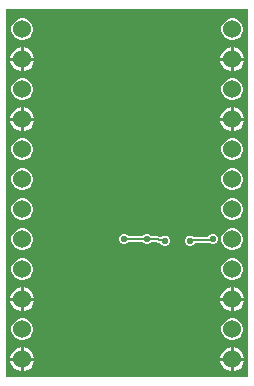
<source format=gbl>
G04*
G04 #@! TF.GenerationSoftware,Altium Limited,Altium Designer,22.9.1 (49)*
G04*
G04 Layer_Physical_Order=2*
G04 Layer_Color=16711680*
%FSLAX44Y44*%
%MOMM*%
G71*
G04*
G04 #@! TF.SameCoordinates,E5F82799-094A-4641-A06E-9C292172CD6F*
G04*
G04*
G04 #@! TF.FilePolarity,Positive*
G04*
G01*
G75*
%ADD13C,0.1524*%
%ADD29C,1.5240*%
%ADD30C,0.6350*%
%ADD31C,0.5588*%
G36*
X207971Y2849D02*
X2849D01*
Y314651D01*
X207971D01*
Y2849D01*
D02*
G37*
%LPC*%
G36*
X195514Y306324D02*
X193106D01*
X190781Y305701D01*
X188696Y304497D01*
X186993Y302794D01*
X185789Y300709D01*
X185166Y298384D01*
Y295976D01*
X185789Y293650D01*
X186993Y291565D01*
X188696Y289863D01*
X190781Y288659D01*
X193106Y288036D01*
X195514D01*
X197840Y288659D01*
X199925Y289863D01*
X201627Y291565D01*
X202831Y293650D01*
X203454Y295976D01*
Y298384D01*
X202831Y300709D01*
X201627Y302794D01*
X199925Y304497D01*
X197840Y305701D01*
X195514Y306324D01*
D02*
G37*
G36*
X17714D02*
X15306D01*
X12981Y305701D01*
X10896Y304497D01*
X9193Y302794D01*
X7989Y300709D01*
X7366Y298384D01*
Y295976D01*
X7989Y293650D01*
X9193Y291565D01*
X10896Y289863D01*
X12981Y288659D01*
X15306Y288036D01*
X17714D01*
X20040Y288659D01*
X22125Y289863D01*
X23827Y291565D01*
X25031Y293650D01*
X25654Y295976D01*
Y298384D01*
X25031Y300709D01*
X23827Y302794D01*
X22125Y304497D01*
X20040Y305701D01*
X17714Y306324D01*
D02*
G37*
G36*
X195648Y281940D02*
X195580D01*
Y273050D01*
X204470D01*
Y273118D01*
X203778Y275702D01*
X202440Y278018D01*
X200548Y279910D01*
X198232Y281248D01*
X195648Y281940D01*
D02*
G37*
G36*
X17848D02*
X17780D01*
Y273050D01*
X26670D01*
Y273118D01*
X25978Y275702D01*
X24640Y278018D01*
X22748Y279910D01*
X20432Y281248D01*
X17848Y281940D01*
D02*
G37*
G36*
X193040D02*
X192972D01*
X190388Y281248D01*
X188072Y279910D01*
X186180Y278018D01*
X184842Y275702D01*
X184150Y273118D01*
Y273050D01*
X193040D01*
Y281940D01*
D02*
G37*
G36*
X15240D02*
X15172D01*
X12588Y281248D01*
X10272Y279910D01*
X8380Y278018D01*
X7042Y275702D01*
X6350Y273118D01*
Y273050D01*
X15240D01*
Y281940D01*
D02*
G37*
G36*
X204470Y270510D02*
X195580D01*
Y261620D01*
X195648D01*
X198232Y262312D01*
X200548Y263650D01*
X202440Y265542D01*
X203778Y267858D01*
X204470Y270442D01*
Y270510D01*
D02*
G37*
G36*
X193040D02*
X184150D01*
Y270442D01*
X184842Y267858D01*
X186180Y265542D01*
X188072Y263650D01*
X190388Y262312D01*
X192972Y261620D01*
X193040D01*
Y270510D01*
D02*
G37*
G36*
X26670D02*
X17780D01*
Y261620D01*
X17848D01*
X20432Y262312D01*
X22748Y263650D01*
X24640Y265542D01*
X25978Y267858D01*
X26670Y270442D01*
Y270510D01*
D02*
G37*
G36*
X15240D02*
X6350D01*
Y270442D01*
X7042Y267858D01*
X8380Y265542D01*
X10272Y263650D01*
X12588Y262312D01*
X15172Y261620D01*
X15240D01*
Y270510D01*
D02*
G37*
G36*
X195514Y255524D02*
X193106D01*
X190781Y254901D01*
X188696Y253697D01*
X186993Y251994D01*
X185789Y249909D01*
X185166Y247584D01*
Y245176D01*
X185789Y242850D01*
X186993Y240765D01*
X188696Y239063D01*
X190781Y237859D01*
X193106Y237236D01*
X195514D01*
X197840Y237859D01*
X199925Y239063D01*
X201627Y240765D01*
X202831Y242850D01*
X203454Y245176D01*
Y247584D01*
X202831Y249909D01*
X201627Y251994D01*
X199925Y253697D01*
X197840Y254901D01*
X195514Y255524D01*
D02*
G37*
G36*
X17714D02*
X15306D01*
X12981Y254901D01*
X10896Y253697D01*
X9193Y251994D01*
X7989Y249909D01*
X7366Y247584D01*
Y245176D01*
X7989Y242850D01*
X9193Y240765D01*
X10896Y239063D01*
X12981Y237859D01*
X15306Y237236D01*
X17714D01*
X20040Y237859D01*
X22125Y239063D01*
X23827Y240765D01*
X25031Y242850D01*
X25654Y245176D01*
Y247584D01*
X25031Y249909D01*
X23827Y251994D01*
X22125Y253697D01*
X20040Y254901D01*
X17714Y255524D01*
D02*
G37*
G36*
X195648Y231140D02*
X195580D01*
Y222250D01*
X204470D01*
Y222318D01*
X203778Y224902D01*
X202440Y227218D01*
X200548Y229110D01*
X198232Y230448D01*
X195648Y231140D01*
D02*
G37*
G36*
X17848D02*
X17780D01*
Y222250D01*
X26670D01*
Y222318D01*
X25978Y224902D01*
X24640Y227218D01*
X22748Y229110D01*
X20432Y230448D01*
X17848Y231140D01*
D02*
G37*
G36*
X15240D02*
X15172D01*
X12588Y230448D01*
X10272Y229110D01*
X8380Y227218D01*
X7042Y224902D01*
X6350Y222318D01*
Y222250D01*
X15240D01*
Y231140D01*
D02*
G37*
G36*
X193040D02*
X192972D01*
X190388Y230448D01*
X188072Y229110D01*
X186180Y227218D01*
X184842Y224902D01*
X184150Y222318D01*
Y222250D01*
X193040D01*
Y231140D01*
D02*
G37*
G36*
X204470Y219710D02*
X195580D01*
Y210820D01*
X195648D01*
X198232Y211512D01*
X200548Y212850D01*
X202440Y214742D01*
X203778Y217058D01*
X204470Y219642D01*
Y219710D01*
D02*
G37*
G36*
X193040D02*
X184150D01*
Y219642D01*
X184842Y217058D01*
X186180Y214742D01*
X188072Y212850D01*
X190388Y211512D01*
X192972Y210820D01*
X193040D01*
Y219710D01*
D02*
G37*
G36*
X26670D02*
X17780D01*
Y210820D01*
X17848D01*
X20432Y211512D01*
X22748Y212850D01*
X24640Y214742D01*
X25978Y217058D01*
X26670Y219642D01*
Y219710D01*
D02*
G37*
G36*
X15240D02*
X6350D01*
Y219642D01*
X7042Y217058D01*
X8380Y214742D01*
X10272Y212850D01*
X12588Y211512D01*
X15172Y210820D01*
X15240D01*
Y219710D01*
D02*
G37*
G36*
X195514Y204724D02*
X193106D01*
X190781Y204101D01*
X188696Y202897D01*
X186993Y201194D01*
X185789Y199109D01*
X185166Y196784D01*
Y194376D01*
X185789Y192050D01*
X186993Y189965D01*
X188696Y188263D01*
X190781Y187059D01*
X193106Y186436D01*
X195514D01*
X197840Y187059D01*
X199925Y188263D01*
X201627Y189965D01*
X202831Y192050D01*
X203454Y194376D01*
Y196784D01*
X202831Y199109D01*
X201627Y201194D01*
X199925Y202897D01*
X197840Y204101D01*
X195514Y204724D01*
D02*
G37*
G36*
X17714D02*
X15306D01*
X12981Y204101D01*
X10896Y202897D01*
X9193Y201194D01*
X7989Y199109D01*
X7366Y196784D01*
Y194376D01*
X7989Y192050D01*
X9193Y189965D01*
X10896Y188263D01*
X12981Y187059D01*
X15306Y186436D01*
X17714D01*
X20040Y187059D01*
X22125Y188263D01*
X23827Y189965D01*
X25031Y192050D01*
X25654Y194376D01*
Y196784D01*
X25031Y199109D01*
X23827Y201194D01*
X22125Y202897D01*
X20040Y204101D01*
X17714Y204724D01*
D02*
G37*
G36*
X195514Y179324D02*
X193106D01*
X190781Y178701D01*
X188696Y177497D01*
X186993Y175795D01*
X185789Y173710D01*
X185166Y171384D01*
Y168976D01*
X185789Y166651D01*
X186993Y164566D01*
X188696Y162863D01*
X190781Y161659D01*
X193106Y161036D01*
X195514D01*
X197840Y161659D01*
X199925Y162863D01*
X201627Y164566D01*
X202831Y166651D01*
X203454Y168976D01*
Y171384D01*
X202831Y173710D01*
X201627Y175795D01*
X199925Y177497D01*
X197840Y178701D01*
X195514Y179324D01*
D02*
G37*
G36*
X17714D02*
X15306D01*
X12981Y178701D01*
X10896Y177497D01*
X9193Y175795D01*
X7989Y173710D01*
X7366Y171384D01*
Y168976D01*
X7989Y166651D01*
X9193Y164566D01*
X10896Y162863D01*
X12981Y161659D01*
X15306Y161036D01*
X17714D01*
X20040Y161659D01*
X22125Y162863D01*
X23827Y164566D01*
X25031Y166651D01*
X25654Y168976D01*
Y171384D01*
X25031Y173710D01*
X23827Y175795D01*
X22125Y177497D01*
X20040Y178701D01*
X17714Y179324D01*
D02*
G37*
G36*
X195514Y153924D02*
X193106D01*
X190781Y153301D01*
X188696Y152097D01*
X186993Y150394D01*
X185789Y148309D01*
X185166Y145984D01*
Y143576D01*
X185789Y141250D01*
X186993Y139165D01*
X188696Y137463D01*
X190781Y136259D01*
X193106Y135636D01*
X195514D01*
X197840Y136259D01*
X199925Y137463D01*
X201627Y139165D01*
X202831Y141250D01*
X203454Y143576D01*
Y145984D01*
X202831Y148309D01*
X201627Y150394D01*
X199925Y152097D01*
X197840Y153301D01*
X195514Y153924D01*
D02*
G37*
G36*
X17714D02*
X15306D01*
X12981Y153301D01*
X10896Y152097D01*
X9193Y150394D01*
X7989Y148309D01*
X7366Y145984D01*
Y143576D01*
X7989Y141250D01*
X9193Y139165D01*
X10896Y137463D01*
X12981Y136259D01*
X15306Y135636D01*
X17714D01*
X20040Y136259D01*
X22125Y137463D01*
X23827Y139165D01*
X25031Y141250D01*
X25654Y143576D01*
Y145984D01*
X25031Y148309D01*
X23827Y150394D01*
X22125Y152097D01*
X20040Y153301D01*
X17714Y153924D01*
D02*
G37*
G36*
X122705Y123772D02*
X120987D01*
X119400Y123115D01*
X118185Y121900D01*
X118122Y121748D01*
X106563D01*
X106531Y121826D01*
X105316Y123041D01*
X103729Y123698D01*
X102011D01*
X100424Y123041D01*
X99209Y121826D01*
X98552Y120239D01*
Y118521D01*
X99209Y116934D01*
X100424Y115719D01*
X102011Y115062D01*
X103729D01*
X105316Y115719D01*
X106531Y116934D01*
X106594Y117086D01*
X118153D01*
X118185Y117008D01*
X119400Y115794D01*
X120987Y115136D01*
X122705D01*
X124292Y115794D01*
X125506Y117008D01*
X125554Y117123D01*
X130352D01*
X130432Y117044D01*
X131188Y116539D01*
X131336Y116509D01*
X132080Y116361D01*
X133211D01*
X133499Y115664D01*
X134714Y114449D01*
X136301Y113792D01*
X138019D01*
X139606Y114449D01*
X140821Y115664D01*
X141478Y117251D01*
Y118969D01*
X140821Y120556D01*
X139606Y121771D01*
X138019Y122428D01*
X136301D01*
X134714Y121771D01*
X133966Y121023D01*
X133045D01*
X132966Y121102D01*
X132210Y121608D01*
X131318Y121785D01*
X125554D01*
X125506Y121900D01*
X124292Y123115D01*
X122705Y123772D01*
D02*
G37*
G36*
X178659Y123698D02*
X176941D01*
X175354Y123041D01*
X174139Y121826D01*
X173829Y121076D01*
X161891D01*
X161196Y121771D01*
X159609Y122428D01*
X157891D01*
X156304Y121771D01*
X155089Y120556D01*
X154432Y118969D01*
Y117251D01*
X155089Y115664D01*
X156304Y114449D01*
X157891Y113792D01*
X159609D01*
X161196Y114449D01*
X162411Y115664D01*
X162721Y116414D01*
X174659D01*
X175354Y115719D01*
X176941Y115062D01*
X178659D01*
X180246Y115719D01*
X181461Y116934D01*
X182118Y118521D01*
Y120239D01*
X181461Y121826D01*
X180246Y123041D01*
X178659Y123698D01*
D02*
G37*
G36*
X195514Y128524D02*
X193106D01*
X190781Y127901D01*
X188696Y126697D01*
X186993Y124994D01*
X185789Y122909D01*
X185166Y120584D01*
Y118176D01*
X185789Y115850D01*
X186993Y113765D01*
X188696Y112063D01*
X190781Y110859D01*
X193106Y110236D01*
X195514D01*
X197840Y110859D01*
X199925Y112063D01*
X201627Y113765D01*
X202831Y115850D01*
X203454Y118176D01*
Y120584D01*
X202831Y122909D01*
X201627Y124994D01*
X199925Y126697D01*
X197840Y127901D01*
X195514Y128524D01*
D02*
G37*
G36*
X17714D02*
X15306D01*
X12981Y127901D01*
X10896Y126697D01*
X9193Y124994D01*
X7989Y122909D01*
X7366Y120584D01*
Y118176D01*
X7989Y115850D01*
X9193Y113765D01*
X10896Y112063D01*
X12981Y110859D01*
X15306Y110236D01*
X17714D01*
X20040Y110859D01*
X22125Y112063D01*
X23827Y113765D01*
X25031Y115850D01*
X25654Y118176D01*
Y120584D01*
X25031Y122909D01*
X23827Y124994D01*
X22125Y126697D01*
X20040Y127901D01*
X17714Y128524D01*
D02*
G37*
G36*
X195514Y103124D02*
X193106D01*
X190781Y102501D01*
X188696Y101297D01*
X186993Y99594D01*
X185789Y97509D01*
X185166Y95184D01*
Y92776D01*
X185789Y90450D01*
X186993Y88365D01*
X188696Y86663D01*
X190781Y85459D01*
X193106Y84836D01*
X195514D01*
X197840Y85459D01*
X199925Y86663D01*
X201627Y88365D01*
X202831Y90450D01*
X203454Y92776D01*
Y95184D01*
X202831Y97509D01*
X201627Y99594D01*
X199925Y101297D01*
X197840Y102501D01*
X195514Y103124D01*
D02*
G37*
G36*
X17714D02*
X15306D01*
X12981Y102501D01*
X10896Y101297D01*
X9193Y99594D01*
X7989Y97509D01*
X7366Y95184D01*
Y92776D01*
X7989Y90450D01*
X9193Y88365D01*
X10896Y86663D01*
X12981Y85459D01*
X15306Y84836D01*
X17714D01*
X20040Y85459D01*
X22125Y86663D01*
X23827Y88365D01*
X25031Y90450D01*
X25654Y92776D01*
Y95184D01*
X25031Y97509D01*
X23827Y99594D01*
X22125Y101297D01*
X20040Y102501D01*
X17714Y103124D01*
D02*
G37*
G36*
X195648Y78740D02*
X195580D01*
Y69850D01*
X204470D01*
Y69918D01*
X203778Y72502D01*
X202440Y74818D01*
X200548Y76710D01*
X198232Y78048D01*
X195648Y78740D01*
D02*
G37*
G36*
X17848D02*
X17780D01*
Y69850D01*
X26670D01*
Y69918D01*
X25978Y72502D01*
X24640Y74818D01*
X22748Y76710D01*
X20432Y78048D01*
X17848Y78740D01*
D02*
G37*
G36*
X15240D02*
X15172D01*
X12588Y78048D01*
X10272Y76710D01*
X8380Y74818D01*
X7042Y72502D01*
X6350Y69918D01*
Y69850D01*
X15240D01*
Y78740D01*
D02*
G37*
G36*
X193040D02*
X192972D01*
X190388Y78048D01*
X188072Y76710D01*
X186180Y74818D01*
X184842Y72502D01*
X184150Y69918D01*
Y69850D01*
X193040D01*
Y78740D01*
D02*
G37*
G36*
X204470Y67310D02*
X195580D01*
Y58420D01*
X195648D01*
X198232Y59112D01*
X200548Y60450D01*
X202440Y62342D01*
X203778Y64658D01*
X204470Y67242D01*
Y67310D01*
D02*
G37*
G36*
X193040D02*
X184150D01*
Y67242D01*
X184842Y64658D01*
X186180Y62342D01*
X188072Y60450D01*
X190388Y59112D01*
X192972Y58420D01*
X193040D01*
Y67310D01*
D02*
G37*
G36*
X26670D02*
X17780D01*
Y58420D01*
X17848D01*
X20432Y59112D01*
X22748Y60450D01*
X24640Y62342D01*
X25978Y64658D01*
X26670Y67242D01*
Y67310D01*
D02*
G37*
G36*
X15240D02*
X6350D01*
Y67242D01*
X7042Y64658D01*
X8380Y62342D01*
X10272Y60450D01*
X12588Y59112D01*
X15172Y58420D01*
X15240D01*
Y67310D01*
D02*
G37*
G36*
X195514Y52324D02*
X193106D01*
X190781Y51701D01*
X188696Y50497D01*
X186993Y48794D01*
X185789Y46709D01*
X185166Y44384D01*
Y41976D01*
X185789Y39650D01*
X186993Y37566D01*
X188696Y35863D01*
X190781Y34659D01*
X193106Y34036D01*
X195514D01*
X197840Y34659D01*
X199925Y35863D01*
X201627Y37566D01*
X202831Y39650D01*
X203454Y41976D01*
Y44384D01*
X202831Y46709D01*
X201627Y48794D01*
X199925Y50497D01*
X197840Y51701D01*
X195514Y52324D01*
D02*
G37*
G36*
X17714D02*
X15306D01*
X12981Y51701D01*
X10896Y50497D01*
X9193Y48794D01*
X7989Y46709D01*
X7366Y44384D01*
Y41976D01*
X7989Y39650D01*
X9193Y37566D01*
X10896Y35863D01*
X12981Y34659D01*
X15306Y34036D01*
X17714D01*
X20040Y34659D01*
X22125Y35863D01*
X23827Y37566D01*
X25031Y39650D01*
X25654Y41976D01*
Y44384D01*
X25031Y46709D01*
X23827Y48794D01*
X22125Y50497D01*
X20040Y51701D01*
X17714Y52324D01*
D02*
G37*
G36*
X195648Y27940D02*
X195580D01*
Y19050D01*
X204470D01*
Y19118D01*
X203778Y21702D01*
X202440Y24018D01*
X200548Y25910D01*
X198232Y27248D01*
X195648Y27940D01*
D02*
G37*
G36*
X17848D02*
X17780D01*
Y19050D01*
X26670D01*
Y19118D01*
X25978Y21702D01*
X24640Y24018D01*
X22748Y25910D01*
X20432Y27248D01*
X17848Y27940D01*
D02*
G37*
G36*
X15240D02*
X15172D01*
X12588Y27248D01*
X10272Y25910D01*
X8380Y24018D01*
X7042Y21702D01*
X6350Y19118D01*
Y19050D01*
X15240D01*
Y27940D01*
D02*
G37*
G36*
X193040D02*
X192972D01*
X190388Y27248D01*
X188072Y25910D01*
X186180Y24018D01*
X184842Y21702D01*
X184150Y19118D01*
Y19050D01*
X193040D01*
Y27940D01*
D02*
G37*
G36*
X204470Y16510D02*
X195580D01*
Y7620D01*
X195648D01*
X198232Y8312D01*
X200548Y9650D01*
X202440Y11542D01*
X203778Y13858D01*
X204470Y16442D01*
Y16510D01*
D02*
G37*
G36*
X193040D02*
X184150D01*
Y16442D01*
X184842Y13858D01*
X186180Y11542D01*
X188072Y9650D01*
X190388Y8312D01*
X192972Y7620D01*
X193040D01*
Y16510D01*
D02*
G37*
G36*
X26670D02*
X17780D01*
Y7620D01*
X17848D01*
X20432Y8312D01*
X22748Y9650D01*
X24640Y11542D01*
X25978Y13858D01*
X26670Y16442D01*
Y16510D01*
D02*
G37*
G36*
X15240D02*
X6350D01*
Y16442D01*
X7042Y13858D01*
X8380Y11542D01*
X10272Y9650D01*
X12588Y8312D01*
X15172Y7620D01*
X15240D01*
Y16510D01*
D02*
G37*
%LPD*%
D13*
X132080Y118692D02*
X136578D01*
X121846Y119454D02*
X131318D01*
X136578Y118692D02*
X137160Y118110D01*
X131318Y119454D02*
X132080Y118692D01*
X158750Y118110D02*
X159385Y118745D01*
X177165D01*
X177800Y119380D01*
X121809Y119417D02*
X121846Y119454D01*
X102870Y119380D02*
X102907Y119417D01*
X121809D01*
D29*
X16510Y271780D02*
D03*
Y297180D02*
D03*
X194310Y271780D02*
D03*
Y297180D02*
D03*
Y246380D02*
D03*
Y220980D02*
D03*
Y195580D02*
D03*
Y170180D02*
D03*
Y144780D02*
D03*
Y119380D02*
D03*
Y93980D02*
D03*
Y68580D02*
D03*
Y43180D02*
D03*
Y17780D02*
D03*
X16510Y246380D02*
D03*
Y220980D02*
D03*
Y195580D02*
D03*
Y170180D02*
D03*
Y144780D02*
D03*
Y119380D02*
D03*
Y93980D02*
D03*
Y68580D02*
D03*
Y43180D02*
D03*
Y17780D02*
D03*
D30*
X146366Y114570D02*
D03*
X153670Y142240D02*
D03*
X57150Y123190D02*
D03*
X149860Y20320D02*
D03*
X111760Y11430D02*
D03*
X125730Y284480D02*
D03*
X83820Y295910D02*
D03*
X66421Y29210D02*
D03*
X53340Y33020D02*
D03*
X151130Y34290D02*
D03*
X138430Y200660D02*
D03*
X163830Y297180D02*
D03*
D31*
X137160Y118110D02*
D03*
X158750D02*
D03*
X177800Y119380D02*
D03*
X102870D02*
D03*
X121846Y119454D02*
D03*
X83820Y201930D02*
D03*
X57579Y168069D02*
D03*
X111680Y178990D02*
D03*
X35560Y191770D02*
D03*
M02*

</source>
